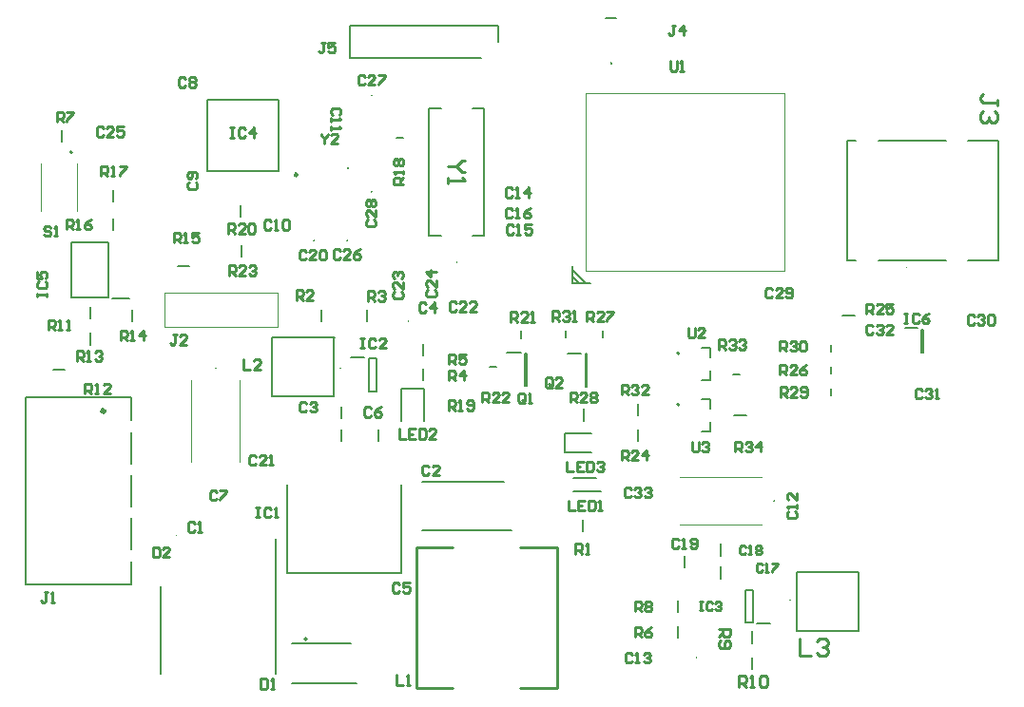
<source format=gto>
G04*
G04 #@! TF.GenerationSoftware,Altium Limited,Altium Designer,23.0.1 (38)*
G04*
G04 Layer_Color=65535*
%FSLAX44Y44*%
%MOMM*%
G71*
G04*
G04 #@! TF.SameCoordinates,185929F6-D6CA-45C1-83F6-0EDFB83A3BC2*
G04*
G04*
G04 #@! TF.FilePolarity,Positive*
G04*
G01*
G75*
%ADD10C,0.1000*%
%ADD11C,0.2000*%
%ADD12C,0.2500*%
%ADD13C,0.4000*%
%ADD14C,0.1270*%
%ADD15C,0.2540*%
D10*
X390002Y401005D02*
G03*
X390002Y400005I0J-500D01*
G01*
D02*
G03*
X390002Y401005I0J500D01*
G01*
X790400Y395320D02*
G03*
X790400Y396320I0J500D01*
G01*
D02*
G03*
X790400Y395320I0J-500D01*
G01*
X286990Y306340D02*
G03*
X285990Y306340I-500J0D01*
G01*
D02*
G03*
X286990Y306340I500J0D01*
G01*
D02*
G03*
X285990Y306340I-500J0D01*
G01*
X686549Y99370D02*
G03*
X687549Y99370I500J0D01*
G01*
D02*
G03*
X686549Y99370I-500J0D01*
G01*
D02*
G03*
X687549Y99370I500J0D01*
G01*
X141000Y157480D02*
G03*
X140000Y157480I-500J0D01*
G01*
D02*
G03*
X141000Y157480I500J0D01*
G01*
X504767Y393276D02*
Y551276D01*
X681767D01*
Y393276D02*
Y551276D01*
X504767Y393276D02*
X681767D01*
X588340Y209460D02*
X661340D01*
X588340Y166460D02*
X661340D01*
X230440Y342940D02*
Y373340D01*
X129540D02*
X230440D01*
X129540Y342940D02*
Y373340D01*
Y342940D02*
X230440D01*
X51560Y446610D02*
Y488360D01*
X19560Y446610D02*
Y488360D01*
X196760Y222580D02*
Y295580D01*
X153760Y222580D02*
Y295580D01*
D11*
X588100Y273660D02*
G03*
X588100Y273660I-1000J0D01*
G01*
Y319380D02*
G03*
X588100Y319380I-1000J0D01*
G01*
X672540Y187960D02*
G03*
X672540Y187960I-500J0D01*
G01*
X256956Y64851D02*
G03*
X256956Y64851I-1260J0D01*
G01*
X603740Y48260D02*
G03*
X603740Y48260I-500J0D01*
G01*
X314510Y463406D02*
G03*
X314510Y463406I-500J0D01*
G01*
Y549101D02*
G03*
X314510Y549101I-500J0D01*
G01*
X292600Y420000D02*
G03*
X292600Y420000I-500J0D01*
G01*
X262973Y419987D02*
G03*
X262973Y419987I-500J0D01*
G01*
X47560Y498360D02*
G03*
X45560Y498360I-1000J0D01*
G01*
D02*
G03*
X47560Y498360I1000J0D01*
G01*
X293582Y484098D02*
G03*
X292582Y484098I-500J0D01*
G01*
D02*
G03*
X293582Y484098I500J0D01*
G01*
D02*
G03*
X292582Y484098I-500J0D01*
G01*
X175760Y306280D02*
G03*
X175760Y306280I-500J0D01*
G01*
X527383Y577142D02*
G03*
X527383Y578143I0J500D01*
G01*
D02*
G03*
X527383Y577142I0J-500D01*
G01*
X347220Y347980D02*
G03*
X347220Y347980I-500J0D01*
G01*
X311460Y315185D02*
X318460D01*
Y285685D02*
Y315185D01*
X311460Y285685D02*
X318460D01*
X311460D02*
Y315185D01*
X295960Y315435D02*
X307960D01*
X365502Y424005D02*
X376002D01*
X365502D02*
Y538004D01*
X376002D01*
X404002Y424005D02*
X414502D01*
Y538004D01*
X404002D02*
X414502D01*
X493267Y381776D02*
Y397276D01*
Y381776D02*
X508767D01*
X493267Y387776D02*
X499267Y381776D01*
X493267Y393776D02*
X505267Y381776D01*
X551840Y263990D02*
Y274490D01*
X294680Y582900D02*
X411480D01*
X294680D02*
Y610900D01*
X426680D01*
Y596900D02*
Y610900D01*
X551840Y241130D02*
Y251630D01*
X636359Y300619D02*
X642359D01*
X637116Y264160D02*
X647616D01*
X231145Y481951D02*
Y544952D01*
X168145D02*
X231145D01*
X168145Y481951D02*
Y544952D01*
Y481951D02*
X231145D01*
X733890Y353060D02*
X744390D01*
X765350Y401820D02*
X825350D01*
X845350D02*
X872600D01*
Y508820D01*
X845350D02*
X872600D01*
X765350D02*
X825350D01*
X738100D02*
X745350D01*
X738100Y401820D02*
Y508820D01*
Y401820D02*
X745350D01*
X141730Y397377D02*
X152230D01*
X198502Y405555D02*
Y416055D01*
X229166Y34276D02*
Y153776D01*
X126166Y34276D02*
Y111526D01*
X242890Y61280D02*
X295590D01*
X242890Y25080D02*
X300990D01*
X238646Y123961D02*
X340246D01*
Y202801D01*
X238646Y123961D02*
Y202801D01*
X586740Y88730D02*
Y99230D01*
Y65870D02*
Y76370D01*
X593053Y128624D02*
Y139123D01*
X652780Y37930D02*
Y48430D01*
X646740Y79230D02*
X653740D01*
X646740D02*
Y108730D01*
X653740D01*
Y79230D02*
Y108730D01*
X657240Y78980D02*
X669240D01*
X652956Y61133D02*
Y71633D01*
X625460Y118750D02*
Y129250D01*
Y139070D02*
Y149570D01*
X504505Y318806D02*
X506005D01*
Y289606D02*
Y318806D01*
X504505Y289606D02*
X506005D01*
X504505D02*
Y318806D01*
X488505Y319256D02*
X501005D01*
X723196Y281836D02*
Y287836D01*
Y301206D02*
Y307206D01*
Y321083D02*
Y327083D01*
X789041Y342333D02*
X800041D01*
X803541Y320083D02*
Y340583D01*
Y320083D02*
X805541D01*
Y340583D01*
X803541D02*
X805541D01*
X447341Y333141D02*
Y339141D01*
X520371Y333743D02*
Y339743D01*
X486447Y231504D02*
X509697D01*
X486447D02*
Y248004D01*
X509697D01*
X486765Y333743D02*
Y339743D01*
X503457Y259303D02*
Y269803D01*
X419349Y307251D02*
X425349D01*
X434842Y319781D02*
X447342D01*
X450842Y290131D02*
Y319331D01*
Y290131D02*
X452342D01*
Y319331D01*
X450842D02*
X452342D01*
X336472Y511004D02*
X342472D01*
X197694Y440737D02*
Y451237D01*
X269900Y347810D02*
Y358310D01*
X83228Y367922D02*
X98728D01*
X79728Y369122D02*
Y418322D01*
X47228D02*
X79728D01*
X47228Y369122D02*
Y418322D01*
Y369122D02*
X79728D01*
X83820Y429090D02*
Y439590D01*
X100940Y347810D02*
Y358310D01*
X83820Y454490D02*
Y464990D01*
X30396Y304450D02*
X40897D01*
X64160Y326973D02*
Y337473D01*
Y350350D02*
Y360850D01*
X38750Y507830D02*
Y518330D01*
X100044Y144685D02*
Y172685D01*
Y182785D02*
Y210785D01*
Y220885D02*
Y248885D01*
Y259885D02*
Y279935D01*
X6044D02*
X100044D01*
X6044Y113635D02*
Y279935D01*
Y113635D02*
X100044D01*
Y133685D01*
X522383Y618262D02*
X532383D01*
X522383D02*
X532383D01*
X527383Y577142D02*
Y578143D01*
X359421Y161748D02*
X438421D01*
X359421Y205248D02*
X432421D01*
X360874Y259387D02*
Y287887D01*
X340374D02*
X360874D01*
X340374Y259387D02*
Y287887D01*
X280490Y280840D02*
Y333840D01*
X225490Y280840D02*
X280490D01*
X225490D02*
Y333840D01*
X280990D01*
X693049Y71870D02*
Y124870D01*
X748049D01*
Y71870D02*
Y124870D01*
X692549Y71870D02*
X748049D01*
X502447Y160709D02*
Y171209D01*
X494005Y196177D02*
X518755D01*
X494005Y208677D02*
X514005D01*
X359782Y317111D02*
Y327611D01*
X359707Y295526D02*
Y306026D01*
X309880Y347810D02*
Y358310D01*
X287020Y261450D02*
Y271950D01*
Y241130D02*
Y251630D01*
X320040Y241130D02*
Y251630D01*
D12*
X248145Y478451D02*
G03*
X248145Y478451I-1250J0D01*
G01*
D13*
X76044Y267885D02*
G03*
X76044Y267885I-1000J0D01*
G01*
D14*
X616100Y249660D02*
Y257960D01*
Y270360D02*
Y278660D01*
X608350D02*
X616100D01*
X608350Y249660D02*
X616100D01*
Y295380D02*
Y303680D01*
Y316080D02*
Y324380D01*
X608350D02*
X616100D01*
X608350Y295380D02*
X616100D01*
D15*
X354060Y21320D02*
Y146320D01*
X479060Y21320D02*
Y146320D01*
X446560D02*
X479060D01*
X354060D02*
X386560D01*
X354060Y21320D02*
X386560D01*
X446560D02*
X479060D01*
X606076Y98228D02*
X608615D01*
X607345D01*
Y90610D01*
X606076D01*
X608615D01*
X617502Y96958D02*
X616233Y98228D01*
X613693D01*
X612424Y96958D01*
Y91880D01*
X613693Y90610D01*
X616233D01*
X617502Y91880D01*
X620041Y96958D02*
X621311Y98228D01*
X623850D01*
X625120Y96958D01*
Y95689D01*
X623850Y94419D01*
X622580D01*
X623850D01*
X625120Y93149D01*
Y91880D01*
X623850Y90610D01*
X621311D01*
X620041Y91880D01*
X397620Y491161D02*
X395081D01*
X390002Y486083D01*
X395081Y481004D01*
X397620D01*
X390002Y486083D02*
X382385D01*
Y475926D02*
Y470848D01*
Y473387D01*
X397620D01*
X395081Y475926D01*
X599654Y240664D02*
Y233258D01*
X601135Y231776D01*
X604098D01*
X605579Y233258D01*
Y240664D01*
X608541Y239182D02*
X610022Y240664D01*
X612985D01*
X614466Y239182D01*
Y237701D01*
X612985Y236220D01*
X611504D01*
X612985D01*
X614466Y234739D01*
Y233258D01*
X612985Y231776D01*
X610022D01*
X608541Y233258D01*
X596043Y342213D02*
Y334807D01*
X597524Y333326D01*
X600486D01*
X601968Y334807D01*
Y342213D01*
X610855Y333326D02*
X604930D01*
X610855Y339251D01*
Y340732D01*
X609374Y342213D01*
X606411D01*
X604930Y340732D01*
X638136Y231776D02*
Y240664D01*
X642580D01*
X644061Y239182D01*
Y236220D01*
X642580Y234739D01*
X638136D01*
X641099D02*
X644061Y231776D01*
X647024Y239182D02*
X648505Y240664D01*
X651467D01*
X652948Y239182D01*
Y237701D01*
X651467Y236220D01*
X649986D01*
X651467D01*
X652948Y234739D01*
Y233258D01*
X651467Y231776D01*
X648505D01*
X647024Y233258D01*
X660354Y231776D02*
Y240664D01*
X655911Y236220D01*
X661835D01*
X623498Y322709D02*
Y331596D01*
X627942D01*
X629423Y330115D01*
Y327153D01*
X627942Y325672D01*
X623498D01*
X626460D02*
X629423Y322709D01*
X632385Y330115D02*
X633867Y331596D01*
X636829D01*
X638310Y330115D01*
Y328634D01*
X636829Y327153D01*
X635348D01*
X636829D01*
X638310Y325672D01*
Y324190D01*
X636829Y322709D01*
X633867D01*
X632385Y324190D01*
X641272Y330115D02*
X642754Y331596D01*
X645716D01*
X647197Y330115D01*
Y328634D01*
X645716Y327153D01*
X644235D01*
X645716D01*
X647197Y325672D01*
Y324190D01*
X645716Y322709D01*
X642754D01*
X641272Y324190D01*
X536791Y282576D02*
Y291464D01*
X541234D01*
X542715Y289982D01*
Y287020D01*
X541234Y285539D01*
X536791D01*
X539753D02*
X542715Y282576D01*
X545678Y289982D02*
X547159Y291464D01*
X550121D01*
X551602Y289982D01*
Y288501D01*
X550121Y287020D01*
X548640D01*
X550121D01*
X551602Y285539D01*
Y284058D01*
X550121Y282576D01*
X547159D01*
X545678Y284058D01*
X560490Y282576D02*
X554565D01*
X560490Y288501D01*
Y289982D01*
X559008Y291464D01*
X556046D01*
X554565Y289982D01*
X536791Y224156D02*
Y233044D01*
X541234D01*
X542715Y231562D01*
Y228600D01*
X541234Y227119D01*
X536791D01*
X539753D02*
X542715Y224156D01*
X551602D02*
X545678D01*
X551602Y230081D01*
Y231562D01*
X550121Y233044D01*
X547159D01*
X545678Y231562D01*
X559008Y224156D02*
Y233044D01*
X554565Y228600D01*
X560490D01*
X272839Y596264D02*
X269876D01*
X271358D01*
Y588858D01*
X269876Y587376D01*
X268395D01*
X266914Y588858D01*
X281726Y596264D02*
X275801D01*
Y591820D01*
X278764Y593301D01*
X280245D01*
X281726Y591820D01*
Y588858D01*
X280245Y587376D01*
X277282D01*
X275801Y588858D01*
X545255Y198542D02*
X543774Y200024D01*
X540812D01*
X539330Y198542D01*
Y192618D01*
X540812Y191136D01*
X543774D01*
X545255Y192618D01*
X548218Y198542D02*
X549699Y200024D01*
X552661D01*
X554142Y198542D01*
Y197061D01*
X552661Y195580D01*
X551180D01*
X552661D01*
X554142Y194099D01*
Y192618D01*
X552661Y191136D01*
X549699D01*
X548218Y192618D01*
X557105Y198542D02*
X558586Y200024D01*
X561548D01*
X563030Y198542D01*
Y197061D01*
X561548Y195580D01*
X560067D01*
X561548D01*
X563030Y194099D01*
Y192618D01*
X561548Y191136D01*
X558586D01*
X557105Y192618D01*
X137916Y417919D02*
Y426806D01*
X142359D01*
X143841Y425325D01*
Y422363D01*
X142359Y420882D01*
X137916D01*
X140878D02*
X143841Y417919D01*
X146803D02*
X149765D01*
X148284D01*
Y426806D01*
X146803Y425325D01*
X160134Y426806D02*
X154209D01*
Y422363D01*
X157171Y423844D01*
X158652D01*
X160134Y422363D01*
Y419401D01*
X158652Y417919D01*
X155690D01*
X154209Y419401D01*
X187262Y388805D02*
Y397692D01*
X191705D01*
X193187Y396211D01*
Y393248D01*
X191705Y391767D01*
X187262D01*
X190224D02*
X193187Y388805D01*
X202074D02*
X196149D01*
X202074Y394729D01*
Y396211D01*
X200592Y397692D01*
X197630D01*
X196149Y396211D01*
X205036D02*
X206517Y397692D01*
X209480D01*
X210961Y396211D01*
Y394729D01*
X209480Y393248D01*
X207998D01*
X209480D01*
X210961Y391767D01*
Y390286D01*
X209480Y388805D01*
X206517D01*
X205036Y390286D01*
X188536Y520435D02*
X191498D01*
X190017D01*
Y511548D01*
X188536D01*
X191498D01*
X201866Y518954D02*
X200385Y520435D01*
X197423D01*
X195942Y518954D01*
Y513029D01*
X197423Y511548D01*
X200385D01*
X201866Y513029D01*
X209272Y511548D02*
Y520435D01*
X204829Y515992D01*
X210754D01*
X28436Y431379D02*
X26955Y432860D01*
X23992D01*
X22511Y431379D01*
Y429898D01*
X23992Y428417D01*
X26955D01*
X28436Y426936D01*
Y425454D01*
X26955Y423973D01*
X23992D01*
X22511Y425454D01*
X31398Y423973D02*
X34361D01*
X32879D01*
Y432860D01*
X31398Y431379D01*
X269346Y515061D02*
Y513580D01*
X272308Y510618D01*
X275271Y513580D01*
Y515061D01*
X272308Y510618D02*
Y506174D01*
X284158D02*
X278233D01*
X284158Y512099D01*
Y513580D01*
X282676Y515061D01*
X279714D01*
X278233Y513580D01*
X580057Y579622D02*
Y572216D01*
X581538Y570735D01*
X584500D01*
X585981Y572216D01*
Y579622D01*
X588944Y570735D02*
X591906D01*
X590425D01*
Y579622D01*
X588944Y578141D01*
X475249Y348113D02*
Y357001D01*
X479693D01*
X481174Y355519D01*
Y352557D01*
X479693Y351076D01*
X475249D01*
X478212D02*
X481174Y348113D01*
X484136Y355519D02*
X485617Y357001D01*
X488580D01*
X490061Y355519D01*
Y354038D01*
X488580Y352557D01*
X487099D01*
X488580D01*
X490061Y351076D01*
Y349595D01*
X488580Y348113D01*
X485617D01*
X484136Y349595D01*
X493023Y348113D02*
X495986D01*
X494505D01*
Y357001D01*
X493023Y355519D01*
X677809Y321507D02*
Y330395D01*
X682252D01*
X683733Y328913D01*
Y325951D01*
X682252Y324470D01*
X677809D01*
X680771D02*
X683733Y321507D01*
X686696Y328913D02*
X688177Y330395D01*
X691139D01*
X692620Y328913D01*
Y327432D01*
X691139Y325951D01*
X689658D01*
X691139D01*
X692620Y324470D01*
Y322989D01*
X691139Y321507D01*
X688177D01*
X686696Y322989D01*
X695583Y328913D02*
X697064Y330395D01*
X700026D01*
X701508Y328913D01*
Y322989D01*
X700026Y321507D01*
X697064D01*
X695583Y322989D01*
Y328913D01*
X678103Y280626D02*
Y289513D01*
X682546D01*
X684027Y288032D01*
Y285070D01*
X682546Y283589D01*
X678103D01*
X681065D02*
X684027Y280626D01*
X692915D02*
X686990D01*
X692915Y286551D01*
Y288032D01*
X691433Y289513D01*
X688471D01*
X686990Y288032D01*
X695877Y282107D02*
X697358Y280626D01*
X700320D01*
X701802Y282107D01*
Y288032D01*
X700320Y289513D01*
X697358D01*
X695877Y288032D01*
Y286551D01*
X697358Y285070D01*
X701802D01*
X491032Y275804D02*
Y284691D01*
X495475D01*
X496956Y283210D01*
Y280248D01*
X495475Y278767D01*
X491032D01*
X493994D02*
X496956Y275804D01*
X505844D02*
X499919D01*
X505844Y281729D01*
Y283210D01*
X504362Y284691D01*
X501400D01*
X499919Y283210D01*
X508806D02*
X510287Y284691D01*
X513249D01*
X514731Y283210D01*
Y281729D01*
X513249Y280248D01*
X514731Y278767D01*
Y277285D01*
X513249Y275804D01*
X510287D01*
X508806Y277285D01*
Y278767D01*
X510287Y280248D01*
X508806Y281729D01*
Y283210D01*
X510287Y280248D02*
X513249D01*
X505888Y347823D02*
Y356710D01*
X510332D01*
X511813Y355229D01*
Y352267D01*
X510332Y350785D01*
X505888D01*
X508851D02*
X511813Y347823D01*
X520700D02*
X514776D01*
X520700Y353748D01*
Y355229D01*
X519219Y356710D01*
X516257D01*
X514776Y355229D01*
X523663Y356710D02*
X529588D01*
Y355229D01*
X523663Y349304D01*
Y347823D01*
X677869Y300243D02*
Y309130D01*
X682313D01*
X683794Y307649D01*
Y304686D01*
X682313Y303205D01*
X677869D01*
X680832D02*
X683794Y300243D01*
X692681D02*
X686756D01*
X692681Y306168D01*
Y307649D01*
X691200Y309130D01*
X688237D01*
X686756Y307649D01*
X701568Y309130D02*
X698606Y307649D01*
X695643Y304686D01*
Y301724D01*
X697124Y300243D01*
X700087D01*
X701568Y301724D01*
Y303205D01*
X700087Y304686D01*
X695643D01*
X754808Y354569D02*
Y363456D01*
X759252D01*
X760733Y361975D01*
Y359013D01*
X759252Y357532D01*
X754808D01*
X757770D02*
X760733Y354569D01*
X769620D02*
X763695D01*
X769620Y360494D01*
Y361975D01*
X768139Y363456D01*
X765176D01*
X763695Y361975D01*
X778507Y363456D02*
X772582D01*
Y359013D01*
X775545Y360494D01*
X777026D01*
X778507Y359013D01*
Y356050D01*
X777026Y354569D01*
X774063D01*
X772582Y356050D01*
X412948Y275646D02*
Y284533D01*
X417392D01*
X418873Y283052D01*
Y280090D01*
X417392Y278609D01*
X412948D01*
X415911D02*
X418873Y275646D01*
X427760D02*
X421836D01*
X427760Y281571D01*
Y283052D01*
X426279Y284533D01*
X423317D01*
X421836Y283052D01*
X436647Y275646D02*
X430723D01*
X436647Y281571D01*
Y283052D01*
X435166Y284533D01*
X432204D01*
X430723Y283052D01*
X438001Y347533D02*
Y356420D01*
X442445D01*
X443926Y354939D01*
Y351976D01*
X442445Y350495D01*
X438001D01*
X440964D02*
X443926Y347533D01*
X452813D02*
X446888D01*
X452813Y353458D01*
Y354939D01*
X451332Y356420D01*
X448369D01*
X446888Y354939D01*
X455775Y347533D02*
X458738D01*
X457257D01*
Y356420D01*
X455775Y354939D01*
X186555Y426312D02*
Y435199D01*
X190999D01*
X192480Y433718D01*
Y430756D01*
X190999Y429274D01*
X186555D01*
X189517D02*
X192480Y426312D01*
X201367D02*
X195442D01*
X201367Y432237D01*
Y433718D01*
X199886Y435199D01*
X196923D01*
X195442Y433718D01*
X204329D02*
X205811Y435199D01*
X208773D01*
X210254Y433718D01*
Y427793D01*
X208773Y426312D01*
X205811D01*
X204329Y427793D01*
Y433718D01*
X382602Y268825D02*
Y277712D01*
X387046D01*
X388527Y276231D01*
Y273268D01*
X387046Y271787D01*
X382602D01*
X385565D02*
X388527Y268825D01*
X391489D02*
X394452D01*
X392971D01*
Y277712D01*
X391489Y276231D01*
X398895Y270306D02*
X400377Y268825D01*
X403339D01*
X404820Y270306D01*
Y276231D01*
X403339Y277712D01*
X400377D01*
X398895Y276231D01*
Y274750D01*
X400377Y273268D01*
X404820D01*
X342560Y470209D02*
X333673D01*
Y474653D01*
X335154Y476134D01*
X338117D01*
X339598Y474653D01*
Y470209D01*
Y473171D02*
X342560Y476134D01*
Y479096D02*
Y482058D01*
Y480577D01*
X333673D01*
X335154Y479096D01*
Y486502D02*
X333673Y487983D01*
Y490946D01*
X335154Y492427D01*
X336635D01*
X338117Y490946D01*
X339598Y492427D01*
X341079D01*
X342560Y490946D01*
Y487983D01*
X341079Y486502D01*
X339598D01*
X338117Y487983D01*
X336635Y486502D01*
X335154D01*
X338117Y487983D02*
Y490946D01*
X73405Y477463D02*
Y486350D01*
X77848D01*
X79330Y484869D01*
Y481906D01*
X77848Y480425D01*
X73405D01*
X76367D02*
X79330Y477463D01*
X82292D02*
X85254D01*
X83773D01*
Y486350D01*
X82292Y484869D01*
X89698Y486350D02*
X95623D01*
Y484869D01*
X89698Y478944D01*
Y477463D01*
X42231Y429896D02*
Y438784D01*
X46675D01*
X48156Y437302D01*
Y434340D01*
X46675Y432859D01*
X42231D01*
X45194D02*
X48156Y429896D01*
X51118D02*
X54081D01*
X52599D01*
Y438784D01*
X51118Y437302D01*
X64449Y438784D02*
X61487Y437302D01*
X58524Y434340D01*
Y431378D01*
X60005Y429896D01*
X62968D01*
X64449Y431378D01*
Y432859D01*
X62968Y434340D01*
X58524D01*
X90491Y330836D02*
Y339724D01*
X94935D01*
X96416Y338242D01*
Y335280D01*
X94935Y333799D01*
X90491D01*
X93454D02*
X96416Y330836D01*
X99378D02*
X102341D01*
X100859D01*
Y339724D01*
X99378Y338242D01*
X111228Y330836D02*
Y339724D01*
X106784Y335280D01*
X112709D01*
X51752Y312448D02*
Y321335D01*
X56195D01*
X57677Y319854D01*
Y316892D01*
X56195Y315411D01*
X51752D01*
X54714D02*
X57677Y312448D01*
X60639D02*
X63601D01*
X62120D01*
Y321335D01*
X60639Y319854D01*
X68045D02*
X69526Y321335D01*
X72488D01*
X73970Y319854D01*
Y318373D01*
X72488Y316892D01*
X71007D01*
X72488D01*
X73970Y315411D01*
Y313929D01*
X72488Y312448D01*
X69526D01*
X68045Y313929D01*
X59067Y283483D02*
Y292370D01*
X63510D01*
X64991Y290889D01*
Y287927D01*
X63510Y286446D01*
X59067D01*
X62029D02*
X64991Y283483D01*
X67954D02*
X70916D01*
X69435D01*
Y292370D01*
X67954Y290889D01*
X81285Y283483D02*
X75360D01*
X81285Y289408D01*
Y290889D01*
X79803Y292370D01*
X76841D01*
X75360Y290889D01*
X26195Y340286D02*
Y349173D01*
X30639D01*
X32120Y347692D01*
Y344729D01*
X30639Y343248D01*
X26195D01*
X29158D02*
X32120Y340286D01*
X35083D02*
X38045D01*
X36564D01*
Y349173D01*
X35083Y347692D01*
X42489Y340286D02*
X45451D01*
X43970D01*
Y349173D01*
X42489Y347692D01*
X641345Y22057D02*
Y32213D01*
X646424D01*
X648116Y30521D01*
Y27135D01*
X646424Y25442D01*
X641345D01*
X644731D02*
X648116Y22057D01*
X651502D02*
X654887D01*
X653195D01*
Y32213D01*
X651502Y30521D01*
X659966D02*
X661659Y32213D01*
X665044D01*
X666737Y30521D01*
Y23749D01*
X665044Y22057D01*
X661659D01*
X659966Y23749D01*
Y30521D01*
X623747Y73730D02*
X633904D01*
Y68652D01*
X632211Y66959D01*
X628825D01*
X627133Y68652D01*
Y73730D01*
Y70345D02*
X623747Y66959D01*
X625440Y63574D02*
X623747Y61881D01*
Y58495D01*
X625440Y56802D01*
X632211D01*
X633904Y58495D01*
Y61881D01*
X632211Y63574D01*
X630518D01*
X628825Y61881D01*
Y56802D01*
X548854Y89536D02*
Y98424D01*
X553298D01*
X554779Y96942D01*
Y93980D01*
X553298Y92499D01*
X548854D01*
X551816D02*
X554779Y89536D01*
X557741Y96942D02*
X559222Y98424D01*
X562185D01*
X563666Y96942D01*
Y95461D01*
X562185Y93980D01*
X563666Y92499D01*
Y91018D01*
X562185Y89536D01*
X559222D01*
X557741Y91018D01*
Y92499D01*
X559222Y93980D01*
X557741Y95461D01*
Y96942D01*
X559222Y93980D02*
X562185D01*
X33915Y525608D02*
Y534495D01*
X38358D01*
X39839Y533014D01*
Y530052D01*
X38358Y528571D01*
X33915D01*
X36877D02*
X39839Y525608D01*
X42802Y534495D02*
X48727D01*
Y533014D01*
X42802Y527089D01*
Y525608D01*
X548854Y66676D02*
Y75564D01*
X553298D01*
X554779Y74082D01*
Y71120D01*
X553298Y69639D01*
X548854D01*
X551816D02*
X554779Y66676D01*
X563666Y75564D02*
X560704Y74082D01*
X557741Y71120D01*
Y68158D01*
X559222Y66676D01*
X562185D01*
X563666Y68158D01*
Y69639D01*
X562185Y71120D01*
X557741D01*
X383144Y309744D02*
Y318632D01*
X387588D01*
X389069Y317150D01*
Y314188D01*
X387588Y312707D01*
X383144D01*
X386107D02*
X389069Y309744D01*
X397956Y318632D02*
X392032D01*
Y314188D01*
X394994Y315669D01*
X396475D01*
X397956Y314188D01*
Y311226D01*
X396475Y309744D01*
X393513D01*
X392032Y311226D01*
X383144Y295238D02*
Y304126D01*
X387588D01*
X389069Y302644D01*
Y299682D01*
X387588Y298201D01*
X383144D01*
X386107D02*
X389069Y295238D01*
X396475D02*
Y304126D01*
X392032Y299682D01*
X397956D01*
X311119Y366182D02*
Y375069D01*
X315563D01*
X317044Y373588D01*
Y370626D01*
X315563Y369145D01*
X311119D01*
X314082D02*
X317044Y366182D01*
X320006Y373588D02*
X321488Y375069D01*
X324450D01*
X325931Y373588D01*
Y372107D01*
X324450Y370626D01*
X322969D01*
X324450D01*
X325931Y369145D01*
Y367663D01*
X324450Y366182D01*
X321488D01*
X320006Y367663D01*
X247151Y366938D02*
Y375825D01*
X251595D01*
X253076Y374344D01*
Y371382D01*
X251595Y369900D01*
X247151D01*
X250114D02*
X253076Y366938D01*
X261963D02*
X256038D01*
X261963Y372863D01*
Y374344D01*
X260482Y375825D01*
X257519D01*
X256038Y374344D01*
X495829Y140599D02*
Y149486D01*
X500273D01*
X501754Y148005D01*
Y145042D01*
X500273Y143561D01*
X495829D01*
X498792D02*
X501754Y140599D01*
X504716D02*
X507679D01*
X506198D01*
Y149486D01*
X504716Y148005D01*
X474865Y290405D02*
Y296330D01*
X473384Y297811D01*
X470421D01*
X468940Y296330D01*
Y290405D01*
X470421Y288924D01*
X473384D01*
X471903Y291886D02*
X474865Y288924D01*
X473384D02*
X474865Y290405D01*
X483752Y288924D02*
X477827D01*
X483752Y294849D01*
Y296330D01*
X482271Y297811D01*
X479308D01*
X477827Y296330D01*
X450846Y276542D02*
Y282467D01*
X449365Y283948D01*
X446403D01*
X444921Y282467D01*
Y276542D01*
X446403Y275061D01*
X449365D01*
X447884Y278023D02*
X450846Y275061D01*
X449365D02*
X450846Y276542D01*
X453809Y275061D02*
X456771D01*
X455290D01*
Y283948D01*
X453809Y282467D01*
X488067Y222959D02*
Y214072D01*
X493992D01*
X502879Y222959D02*
X496954D01*
Y214072D01*
X502879D01*
X496954Y218515D02*
X499916D01*
X505841Y222959D02*
Y214072D01*
X510285D01*
X511766Y215553D01*
Y221478D01*
X510285Y222959D01*
X505841D01*
X514728Y221478D02*
X516210Y222959D01*
X519172D01*
X520653Y221478D01*
Y219996D01*
X519172Y218515D01*
X517691D01*
X519172D01*
X520653Y217034D01*
Y215553D01*
X519172Y214072D01*
X516210D01*
X514728Y215553D01*
X338735Y251924D02*
Y243036D01*
X344659D01*
X353546Y251924D02*
X347622D01*
Y243036D01*
X353546D01*
X347622Y247480D02*
X350584D01*
X356509Y251924D02*
Y243036D01*
X360952D01*
X362434Y244518D01*
Y250442D01*
X360952Y251924D01*
X356509D01*
X371321Y243036D02*
X365396D01*
X371321Y248961D01*
Y250442D01*
X369840Y251924D01*
X366877D01*
X365396Y250442D01*
X489335Y188207D02*
Y179320D01*
X495260D01*
X504147Y188207D02*
X498222D01*
Y179320D01*
X504147D01*
X498222Y183764D02*
X501184D01*
X507109Y188207D02*
Y179320D01*
X511553D01*
X513034Y180802D01*
Y186726D01*
X511553Y188207D01*
X507109D01*
X515996Y179320D02*
X518959D01*
X517477D01*
Y188207D01*
X515996Y186726D01*
X695153Y65348D02*
Y50113D01*
X705310D01*
X710388Y62808D02*
X712927Y65348D01*
X718006D01*
X720545Y62808D01*
Y60269D01*
X718006Y57730D01*
X715467D01*
X718006D01*
X720545Y55191D01*
Y52652D01*
X718006Y50113D01*
X712927D01*
X710388Y52652D01*
X200193Y313786D02*
Y304899D01*
X206117D01*
X215004D02*
X209080D01*
X215004Y310824D01*
Y312305D01*
X213523Y313786D01*
X210561D01*
X209080Y312305D01*
X336461Y32670D02*
Y23783D01*
X342385D01*
X345348D02*
X348310D01*
X346829D01*
Y32670D01*
X345348Y31189D01*
X584623Y611544D02*
X581661D01*
X583142D01*
Y604139D01*
X581661Y602657D01*
X580180D01*
X578699Y604139D01*
X592029Y602657D02*
Y611544D01*
X587586Y607101D01*
X593511D01*
X871802Y539781D02*
Y544859D01*
Y542320D01*
X859106D01*
X856567Y544859D01*
Y547399D01*
X859106Y549938D01*
X869262Y534703D02*
X871802Y532164D01*
Y527085D01*
X869262Y524546D01*
X866723D01*
X864184Y527085D01*
Y529624D01*
Y527085D01*
X861645Y524546D01*
X859106D01*
X856567Y527085D01*
Y532164D01*
X859106Y534703D01*
X140759Y335914D02*
X137796D01*
X139278D01*
Y328508D01*
X137796Y327026D01*
X136315D01*
X134834Y328508D01*
X149646Y327026D02*
X143721D01*
X149646Y332951D01*
Y334432D01*
X148165Y335914D01*
X145202D01*
X143721Y334432D01*
X25776Y106292D02*
X22813D01*
X24294D01*
Y98886D01*
X22813Y97405D01*
X21332D01*
X19851Y98886D01*
X28738Y97405D02*
X31700D01*
X30219D01*
Y106292D01*
X28738Y104811D01*
X788329Y355154D02*
X791291D01*
X789810D01*
Y346267D01*
X788329D01*
X791291D01*
X801660Y353673D02*
X800178Y355154D01*
X797216D01*
X795735Y353673D01*
Y347748D01*
X797216Y346267D01*
X800178D01*
X801660Y347748D01*
X810547Y355154D02*
X807584Y353673D01*
X804622Y350711D01*
Y347748D01*
X806103Y346267D01*
X809065D01*
X810547Y347748D01*
Y349230D01*
X809065Y350711D01*
X804622D01*
X16149Y370000D02*
Y372962D01*
Y371481D01*
X25037D01*
Y370000D01*
Y372962D01*
X17631Y383331D02*
X16149Y381849D01*
Y378887D01*
X17631Y377406D01*
X23555D01*
X25037Y378887D01*
Y381849D01*
X23555Y383331D01*
X16149Y392218D02*
Y386293D01*
X20593D01*
X19112Y389255D01*
Y390737D01*
X20593Y392218D01*
X23555D01*
X25037Y390737D01*
Y387774D01*
X23555Y386293D01*
X304610Y332863D02*
X307573D01*
X306091D01*
Y323976D01*
X304610D01*
X307573D01*
X317941Y331382D02*
X316460Y332863D01*
X313497D01*
X312016Y331382D01*
Y325457D01*
X313497Y323976D01*
X316460D01*
X317941Y325457D01*
X326828Y323976D02*
X320903D01*
X326828Y329900D01*
Y331382D01*
X325347Y332863D01*
X322384D01*
X320903Y331382D01*
X211352Y182244D02*
X214315D01*
X212833D01*
Y173356D01*
X211352D01*
X214315D01*
X224683Y180762D02*
X223202Y182244D01*
X220239D01*
X218758Y180762D01*
Y174838D01*
X220239Y173356D01*
X223202D01*
X224683Y174838D01*
X227645Y173356D02*
X230608D01*
X229126D01*
Y182244D01*
X227645Y180762D01*
X119594Y146684D02*
Y137796D01*
X124038D01*
X125519Y139278D01*
Y145202D01*
X124038Y146684D01*
X119594D01*
X134406Y137796D02*
X128481D01*
X134406Y143721D01*
Y145202D01*
X132925Y146684D01*
X129962D01*
X128481Y145202D01*
X215670Y29421D02*
Y20534D01*
X220113D01*
X221594Y22015D01*
Y27940D01*
X220113Y29421D01*
X215670D01*
X224557Y20534D02*
X227519D01*
X226038D01*
Y29421D01*
X224557Y27940D01*
X760733Y343522D02*
X759252Y345003D01*
X756290D01*
X754808Y343522D01*
Y337597D01*
X756290Y336116D01*
X759252D01*
X760733Y337597D01*
X763696Y343522D02*
X765177Y345003D01*
X768139D01*
X769620Y343522D01*
Y342041D01*
X768139Y340560D01*
X766658D01*
X768139D01*
X769620Y339078D01*
Y337597D01*
X768139Y336116D01*
X765177D01*
X763696Y337597D01*
X778508Y336116D02*
X772583D01*
X778508Y342041D01*
Y343522D01*
X777026Y345003D01*
X774064D01*
X772583Y343522D01*
X804346Y286612D02*
X802865Y288094D01*
X799902D01*
X798421Y286612D01*
Y280688D01*
X799902Y279206D01*
X802865D01*
X804346Y280688D01*
X807308Y286612D02*
X808789Y288094D01*
X811752D01*
X813233Y286612D01*
Y285131D01*
X811752Y283650D01*
X810270D01*
X811752D01*
X813233Y282169D01*
Y280688D01*
X811752Y279206D01*
X808789D01*
X807308Y280688D01*
X816195Y279206D02*
X819158D01*
X817676D01*
Y288094D01*
X816195Y286612D01*
X850939Y352350D02*
X849458Y353832D01*
X846496D01*
X845015Y352350D01*
Y346426D01*
X846496Y344944D01*
X849458D01*
X850939Y346426D01*
X853902Y352350D02*
X855383Y353832D01*
X858345D01*
X859827Y352350D01*
Y350869D01*
X858345Y349388D01*
X856864D01*
X858345D01*
X859827Y347907D01*
Y346426D01*
X858345Y344944D01*
X855383D01*
X853902Y346426D01*
X862789Y352350D02*
X864270Y353832D01*
X867233D01*
X868714Y352350D01*
Y346426D01*
X867233Y344944D01*
X864270D01*
X862789Y346426D01*
Y352350D01*
X671209Y376189D02*
X669728Y377671D01*
X666766D01*
X665285Y376189D01*
Y370265D01*
X666766Y368783D01*
X669728D01*
X671209Y370265D01*
X680097Y368783D02*
X674172D01*
X680097Y374708D01*
Y376189D01*
X678615Y377671D01*
X675653D01*
X674172Y376189D01*
X683059Y370265D02*
X684540Y368783D01*
X687503D01*
X688984Y370265D01*
Y376189D01*
X687503Y377671D01*
X684540D01*
X683059Y376189D01*
Y374708D01*
X684540Y373227D01*
X688984D01*
X310562Y438244D02*
X309080Y436763D01*
Y433800D01*
X310562Y432319D01*
X316486D01*
X317967Y433800D01*
Y436763D01*
X316486Y438244D01*
X317967Y447131D02*
Y441206D01*
X312043Y447131D01*
X310562D01*
X309080Y445650D01*
Y442688D01*
X310562Y441206D01*
Y450093D02*
X309080Y451575D01*
Y454537D01*
X310562Y456018D01*
X312043D01*
X313524Y454537D01*
X315005Y456018D01*
X316486D01*
X317967Y454537D01*
Y451575D01*
X316486Y450093D01*
X315005D01*
X313524Y451575D01*
X312043Y450093D01*
X310562D01*
X313524Y451575D02*
Y454537D01*
X308091Y566015D02*
X306610Y567496D01*
X303648D01*
X302167Y566015D01*
Y560091D01*
X303648Y558609D01*
X306610D01*
X308091Y560091D01*
X316978Y558609D02*
X311054D01*
X316978Y564534D01*
Y566015D01*
X315497Y567496D01*
X312535D01*
X311054Y566015D01*
X319941Y567496D02*
X325866D01*
Y566015D01*
X319941Y560091D01*
Y558609D01*
X286164Y410700D02*
X284683Y412181D01*
X281720D01*
X280239Y410700D01*
Y404775D01*
X281720Y403294D01*
X284683D01*
X286164Y404775D01*
X295051Y403294D02*
X289126D01*
X295051Y409219D01*
Y410700D01*
X293570Y412181D01*
X290607D01*
X289126Y410700D01*
X303938Y412181D02*
X300976Y410700D01*
X298013Y407738D01*
Y404775D01*
X299495Y403294D01*
X302457D01*
X303938Y404775D01*
Y406256D01*
X302457Y407738D01*
X298013D01*
X75323Y519904D02*
X73841Y521385D01*
X70879D01*
X69398Y519904D01*
Y513979D01*
X70879Y512498D01*
X73841D01*
X75323Y513979D01*
X84210Y512498D02*
X78285D01*
X84210Y518423D01*
Y519904D01*
X82729Y521385D01*
X79766D01*
X78285Y519904D01*
X93097Y521385D02*
X87172D01*
Y516941D01*
X90134Y518423D01*
X91616D01*
X93097Y516941D01*
Y513979D01*
X91616Y512498D01*
X88653D01*
X87172Y513979D01*
X364133Y375678D02*
X362652Y374197D01*
Y371235D01*
X364133Y369754D01*
X370058D01*
X371539Y371235D01*
Y374197D01*
X370058Y375678D01*
X371539Y384566D02*
Y378641D01*
X365614Y384566D01*
X364133D01*
X362652Y383084D01*
Y380122D01*
X364133Y378641D01*
X371539Y391971D02*
X362652D01*
X367095Y387528D01*
Y393453D01*
X334567Y374188D02*
X333086Y372707D01*
Y369745D01*
X334567Y368264D01*
X340492D01*
X341973Y369745D01*
Y372707D01*
X340492Y374188D01*
X341973Y383076D02*
Y377151D01*
X336048Y383076D01*
X334567D01*
X333086Y381594D01*
Y378632D01*
X334567Y377151D01*
Y386038D02*
X333086Y387519D01*
Y390482D01*
X334567Y391963D01*
X336048D01*
X337529Y390482D01*
Y389000D01*
Y390482D01*
X339011Y391963D01*
X340492D01*
X341973Y390482D01*
Y387519D01*
X340492Y386038D01*
X389307Y364245D02*
X387826Y365727D01*
X384864D01*
X383382Y364245D01*
Y358321D01*
X384864Y356839D01*
X387826D01*
X389307Y358321D01*
X398194Y356839D02*
X392270D01*
X398194Y362764D01*
Y364245D01*
X396713Y365727D01*
X393751D01*
X392270Y364245D01*
X407081Y356839D02*
X401157D01*
X407081Y362764D01*
Y364245D01*
X405600Y365727D01*
X402638D01*
X401157Y364245D01*
X211290Y227169D02*
X209808Y228650D01*
X206846D01*
X205365Y227169D01*
Y221244D01*
X206846Y219763D01*
X209808D01*
X211290Y221244D01*
X220177Y219763D02*
X214252D01*
X220177Y225688D01*
Y227169D01*
X218695Y228650D01*
X215733D01*
X214252Y227169D01*
X223139Y219763D02*
X226101D01*
X224620D01*
Y228650D01*
X223139Y227169D01*
X255940Y410128D02*
X254459Y411609D01*
X251497D01*
X250016Y410128D01*
Y404203D01*
X251497Y402722D01*
X254459D01*
X255940Y404203D01*
X264827Y402722D02*
X258903D01*
X264827Y408647D01*
Y410128D01*
X263346Y411609D01*
X260384D01*
X258903Y410128D01*
X267790D02*
X269271Y411609D01*
X272233D01*
X273715Y410128D01*
Y404203D01*
X272233Y402722D01*
X269271D01*
X267790Y404203D01*
Y410128D01*
X587586Y152962D02*
X586105Y154443D01*
X583142D01*
X581661Y152962D01*
Y147037D01*
X583142Y145556D01*
X586105D01*
X587586Y147037D01*
X590548Y145556D02*
X593511D01*
X592029D01*
Y154443D01*
X590548Y152962D01*
X597954Y147037D02*
X599435Y145556D01*
X602398D01*
X603879Y147037D01*
Y152962D01*
X602398Y154443D01*
X599435D01*
X597954Y152962D01*
Y151481D01*
X599435Y149999D01*
X603879D01*
X647487Y146869D02*
X646217Y148139D01*
X643678D01*
X642409Y146869D01*
Y141791D01*
X643678Y140522D01*
X646217D01*
X647487Y141791D01*
X650026Y140522D02*
X652565D01*
X651296D01*
Y148139D01*
X650026Y146869D01*
X656374D02*
X657644Y148139D01*
X660183D01*
X661452Y146869D01*
Y145600D01*
X660183Y144330D01*
X661452Y143061D01*
Y141791D01*
X660183Y140522D01*
X657644D01*
X656374Y141791D01*
Y143061D01*
X657644Y144330D01*
X656374Y145600D01*
Y146869D01*
X657644Y144330D02*
X660183D01*
X662268Y131200D02*
X660999Y132469D01*
X658459D01*
X657190Y131200D01*
Y126121D01*
X658459Y124852D01*
X660999D01*
X662268Y126121D01*
X664807Y124852D02*
X667347D01*
X666077D01*
Y132469D01*
X664807Y131200D01*
X671155Y132469D02*
X676234D01*
Y131200D01*
X671155Y126121D01*
Y124852D01*
X439316Y447462D02*
X437835Y448944D01*
X434872D01*
X433391Y447462D01*
Y441538D01*
X434872Y440056D01*
X437835D01*
X439316Y441538D01*
X442278Y440056D02*
X445241D01*
X443759D01*
Y448944D01*
X442278Y447462D01*
X455609Y448944D02*
X452646Y447462D01*
X449684Y444500D01*
Y441538D01*
X451165Y440056D01*
X454128D01*
X455609Y441538D01*
Y443019D01*
X454128Y444500D01*
X449684D01*
X440521Y432751D02*
X439039Y434232D01*
X436077D01*
X434596Y432751D01*
Y426826D01*
X436077Y425345D01*
X439039D01*
X440521Y426826D01*
X443483Y425345D02*
X446446D01*
X444964D01*
Y434232D01*
X443483Y432751D01*
X456814Y434232D02*
X450889D01*
Y429788D01*
X453851Y431269D01*
X455333D01*
X456814Y429788D01*
Y426826D01*
X455333Y425345D01*
X452370D01*
X450889Y426826D01*
X439312Y465480D02*
X437831Y466962D01*
X434869D01*
X433388Y465480D01*
Y459556D01*
X434869Y458074D01*
X437831D01*
X439312Y459556D01*
X442275Y458074D02*
X445237D01*
X443756D01*
Y466962D01*
X442275Y465480D01*
X454124Y458074D02*
Y466962D01*
X449681Y462518D01*
X455606D01*
X545996Y51222D02*
X544515Y52704D01*
X541552D01*
X540071Y51222D01*
Y45298D01*
X541552Y43816D01*
X544515D01*
X545996Y45298D01*
X548958Y43816D02*
X551921D01*
X550439D01*
Y52704D01*
X548958Y51222D01*
X556364D02*
X557845Y52704D01*
X560808D01*
X562289Y51222D01*
Y49741D01*
X560808Y48260D01*
X559327D01*
X560808D01*
X562289Y46779D01*
Y45298D01*
X560808Y43816D01*
X557845D01*
X556364Y45298D01*
X685584Y178312D02*
X684103Y176831D01*
Y173869D01*
X685584Y172388D01*
X691509D01*
X692990Y173869D01*
Y176831D01*
X691509Y178312D01*
X692990Y181275D02*
Y184237D01*
Y182756D01*
X684103D01*
X685584Y181275D01*
X692990Y194605D02*
Y188681D01*
X687066Y194605D01*
X685584D01*
X684103Y193124D01*
Y190162D01*
X685584Y188681D01*
X285218Y531936D02*
X286700Y533417D01*
Y536379D01*
X285218Y537860D01*
X279293D01*
X277812Y536379D01*
Y533417D01*
X279293Y531936D01*
X277812Y528973D02*
Y526011D01*
Y527492D01*
X286700D01*
X285218Y528973D01*
X277812Y521567D02*
Y518605D01*
Y520086D01*
X286700D01*
X285218Y521567D01*
X224644Y436841D02*
X223163Y438322D01*
X220201D01*
X218719Y436841D01*
Y430916D01*
X220201Y429435D01*
X223163D01*
X224644Y430916D01*
X227607Y429435D02*
X230569D01*
X229088D01*
Y438322D01*
X227607Y436841D01*
X235012D02*
X236494Y438322D01*
X239456D01*
X240937Y436841D01*
Y430916D01*
X239456Y429435D01*
X236494D01*
X235012Y430916D01*
Y436841D01*
X151514Y471964D02*
X150032Y470482D01*
Y467520D01*
X151514Y466039D01*
X157438D01*
X158919Y467520D01*
Y470482D01*
X157438Y471964D01*
Y474926D02*
X158919Y476407D01*
Y479370D01*
X157438Y480851D01*
X151514D01*
X150032Y479370D01*
Y476407D01*
X151514Y474926D01*
X152995D01*
X154476Y476407D01*
Y480851D01*
X148633Y564048D02*
X147152Y565530D01*
X144189D01*
X142708Y564048D01*
Y558124D01*
X144189Y556642D01*
X147152D01*
X148633Y558124D01*
X151595Y564048D02*
X153076Y565530D01*
X156039D01*
X157520Y564048D01*
Y562567D01*
X156039Y561086D01*
X157520Y559605D01*
Y558124D01*
X156039Y556642D01*
X153076D01*
X151595Y558124D01*
Y559605D01*
X153076Y561086D01*
X151595Y562567D01*
Y564048D01*
X153076Y561086D02*
X156039D01*
X176319Y196002D02*
X174838Y197484D01*
X171875D01*
X170394Y196002D01*
Y190078D01*
X171875Y188596D01*
X174838D01*
X176319Y190078D01*
X179281Y197484D02*
X185206D01*
Y196002D01*
X179281Y190078D01*
Y188596D01*
X313773Y270296D02*
X312292Y271777D01*
X309329D01*
X307848Y270296D01*
Y264371D01*
X309329Y262890D01*
X312292D01*
X313773Y264371D01*
X322660Y271777D02*
X319697Y270296D01*
X316735Y267334D01*
Y264371D01*
X318216Y262890D01*
X321179D01*
X322660Y264371D01*
Y265852D01*
X321179Y267334D01*
X316735D01*
X339131Y113552D02*
X337649Y115033D01*
X334687D01*
X333206Y113552D01*
Y107627D01*
X334687Y106146D01*
X337649D01*
X339131Y107627D01*
X348018Y115033D02*
X342093D01*
Y110589D01*
X345055Y112071D01*
X346536D01*
X348018Y110589D01*
Y107627D01*
X346536Y106146D01*
X343574D01*
X342093Y107627D01*
X362840Y363126D02*
X361359Y364607D01*
X358396D01*
X356915Y363126D01*
Y357201D01*
X358396Y355720D01*
X361359D01*
X362840Y357201D01*
X370246Y355720D02*
Y364607D01*
X365802Y360163D01*
X371727D01*
X256263Y274574D02*
X254782Y276055D01*
X251820D01*
X250339Y274574D01*
Y268649D01*
X251820Y267168D01*
X254782D01*
X256263Y268649D01*
X259226Y274574D02*
X260707Y276055D01*
X263669D01*
X265151Y274574D01*
Y273092D01*
X263669Y271611D01*
X262188D01*
X263669D01*
X265151Y270130D01*
Y268649D01*
X263669Y267168D01*
X260707D01*
X259226Y268649D01*
X365377Y218105D02*
X363896Y219586D01*
X360933D01*
X359452Y218105D01*
Y212180D01*
X360933Y210699D01*
X363896D01*
X365377Y212180D01*
X374264Y210699D02*
X368339D01*
X374264Y216624D01*
Y218105D01*
X372783Y219586D01*
X369821D01*
X368339Y218105D01*
X156585Y167659D02*
X155104Y169140D01*
X152142D01*
X150660Y167659D01*
Y161734D01*
X152142Y160253D01*
X155104D01*
X156585Y161734D01*
X159548Y160253D02*
X162510D01*
X161029D01*
Y169140D01*
X159548Y167659D01*
M02*

</source>
